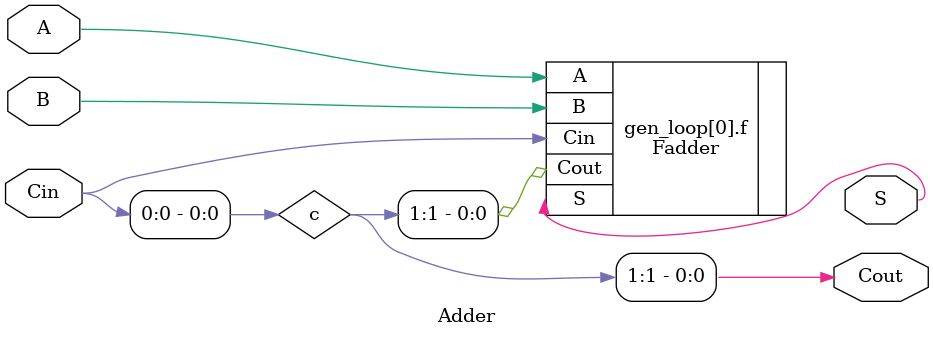
<source format=v>
module Adder #(parameter INPUT_SIZE = 1) (input [INPUT_SIZE-1:0] A,B,input Cin, output [INPUT_SIZE-1:0] S,output Cout);

    wire [INPUT_SIZE-1:0] sTemp;
    wire [INPUT_SIZE:0] c;
    assign c[0] = Cin;
    assign Cout = c[INPUT_SIZE];

    genvar i;
    generate
        for (i = 0; i < INPUT_SIZE; i = i + 1) begin : gen_loop
            Fadder f(.A(A[i]),.B(B[i]), .Cin(c[i]), .S(S[i]) , .Cout(c[i+1]));
        end
    endgenerate


endmodule

</source>
